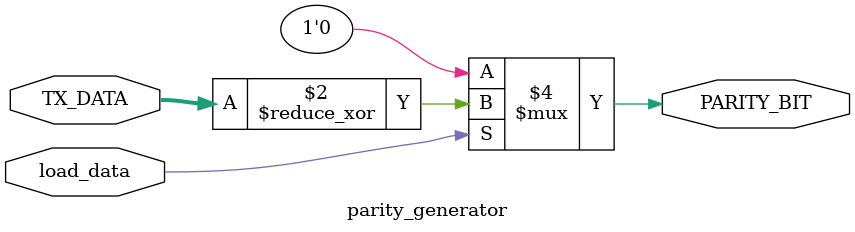
<source format=v>
`timescale 1ns / 1ps
module parity_generator(PARITY_BIT,TX_DATA,load_data);
output reg PARITY_BIT;
input [7:0]TX_DATA;
input load_data;
always@(*)
begin
if(load_data)
PARITY_BIT = ^TX_DATA;
else
PARITY_BIT=1'b0;
end
endmodule 

</source>
